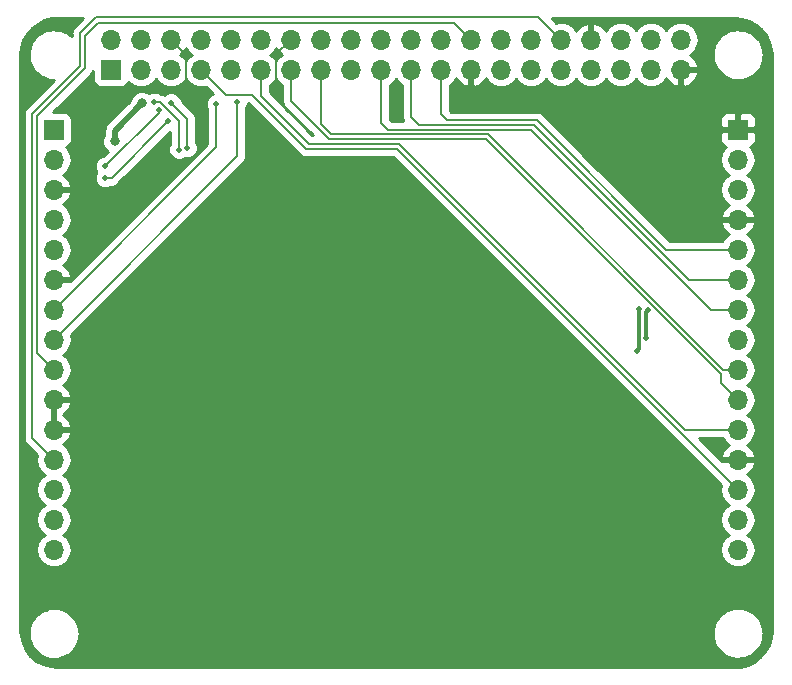
<source format=gbr>
G04 #@! TF.GenerationSoftware,KiCad,Pcbnew,(5.0.0-3-g5ebb6b6)*
G04 #@! TF.CreationDate,2019-05-19T23:31:11+02:00*
G04 #@! TF.ProjectId,RTC Board,52544320426F6172642E6B696361645F,rev?*
G04 #@! TF.SameCoordinates,Original*
G04 #@! TF.FileFunction,Copper,L2,Bot,Signal*
G04 #@! TF.FilePolarity,Positive*
%FSLAX46Y46*%
G04 Gerber Fmt 4.6, Leading zero omitted, Abs format (unit mm)*
G04 Created by KiCad (PCBNEW (5.0.0-3-g5ebb6b6)) date Sunday, 19 May 2019 at 23:31:11*
%MOMM*%
%LPD*%
G01*
G04 APERTURE LIST*
G04 #@! TA.AperFunction,ComponentPad*
%ADD10R,1.700000X1.700000*%
G04 #@! TD*
G04 #@! TA.AperFunction,ComponentPad*
%ADD11O,1.700000X1.700000*%
G04 #@! TD*
G04 #@! TA.AperFunction,ViaPad*
%ADD12C,0.800000*%
G04 #@! TD*
G04 #@! TA.AperFunction,ViaPad*
%ADD13C,0.500000*%
G04 #@! TD*
G04 #@! TA.AperFunction,Conductor*
%ADD14C,0.500000*%
G04 #@! TD*
G04 #@! TA.AperFunction,Conductor*
%ADD15C,0.200000*%
G04 #@! TD*
G04 #@! TA.AperFunction,Conductor*
%ADD16C,0.300000*%
G04 #@! TD*
G04 #@! TA.AperFunction,Conductor*
%ADD17C,0.254000*%
G04 #@! TD*
G04 APERTURE END LIST*
D10*
G04 #@! TO.P,J6,1*
G04 #@! TO.N,+3V3*
X94996000Y-62230000D03*
D11*
G04 #@! TO.P,J6,2*
G04 #@! TO.N,+5V_J4*
X94996000Y-59690000D03*
G04 #@! TO.P,J6,3*
G04 #@! TO.N,H_SDA*
X97536000Y-62230000D03*
G04 #@! TO.P,J6,4*
G04 #@! TO.N,+5V_J4*
X97536000Y-59690000D03*
G04 #@! TO.P,J6,5*
G04 #@! TO.N,H_SCL*
X100076000Y-62230000D03*
G04 #@! TO.P,J6,6*
G04 #@! TO.N,GNDD*
X100076000Y-59690000D03*
G04 #@! TO.P,J6,7*
G04 #@! TO.N,Net-(J1-Pad13)*
X102616000Y-62230000D03*
G04 #@! TO.P,J6,8*
G04 #@! TO.N,Net-(J6-Pad8)*
X102616000Y-59690000D03*
G04 #@! TO.P,J6,9*
G04 #@! TO.N,GNDD*
X105156000Y-62230000D03*
G04 #@! TO.P,J6,10*
G04 #@! TO.N,Net-(J6-Pad10)*
X105156000Y-59690000D03*
G04 #@! TO.P,J6,11*
G04 #@! TO.N,Net-(J1-Pad11)*
X107696000Y-62230000D03*
G04 #@! TO.P,J6,12*
G04 #@! TO.N,N/C*
X107696000Y-59690000D03*
G04 #@! TO.P,J6,13*
G04 #@! TO.N,Net-(J1-Pad10)*
X110236000Y-62230000D03*
G04 #@! TO.P,J6,14*
G04 #@! TO.N,GNDD*
X110236000Y-59690000D03*
G04 #@! TO.P,J6,15*
G04 #@! TO.N,Net-(J1-Pad9)*
X112776000Y-62230000D03*
G04 #@! TO.P,J6,16*
G04 #@! TO.N,Net-(J6-Pad16)*
X112776000Y-59690000D03*
G04 #@! TO.P,J6,17*
G04 #@! TO.N,+3V3*
X115316000Y-62230000D03*
G04 #@! TO.P,J6,18*
G04 #@! TO.N,Net-(J6-Pad18)*
X115316000Y-59690000D03*
G04 #@! TO.P,J6,19*
G04 #@! TO.N,Net-(J1-Pad7)*
X117856000Y-62230000D03*
G04 #@! TO.P,J6,20*
G04 #@! TO.N,GNDD*
X117856000Y-59690000D03*
G04 #@! TO.P,J6,21*
G04 #@! TO.N,Net-(J1-Pad6)*
X120396000Y-62230000D03*
G04 #@! TO.P,J6,22*
G04 #@! TO.N,Net-(J6-Pad22)*
X120396000Y-59690000D03*
G04 #@! TO.P,J6,23*
G04 #@! TO.N,Net-(J1-Pad5)*
X122936000Y-62230000D03*
G04 #@! TO.P,J6,24*
G04 #@! TO.N,Net-(J6-Pad24)*
X122936000Y-59690000D03*
G04 #@! TO.P,J6,25*
G04 #@! TO.N,GNDD*
X125476000Y-62230000D03*
G04 #@! TO.P,J6,26*
G04 #@! TO.N,Net-(J6-Pad26)*
X125476000Y-59690000D03*
G04 #@! TO.P,J6,27*
G04 #@! TO.N,N/C*
X128016000Y-62230000D03*
G04 #@! TO.P,J6,28*
X128016000Y-59690000D03*
G04 #@! TO.P,J6,29*
X130556000Y-62230000D03*
G04 #@! TO.P,J6,30*
G04 #@! TO.N,GNDD*
X130556000Y-59690000D03*
G04 #@! TO.P,J6,31*
G04 #@! TO.N,Net-(J1-Pad3)*
X133096000Y-62230000D03*
G04 #@! TO.P,J6,32*
G04 #@! TO.N,Net-(J6-Pad32)*
X133096000Y-59690000D03*
G04 #@! TO.P,J6,33*
G04 #@! TO.N,Net-(J1-Pad2)*
X135636000Y-62230000D03*
G04 #@! TO.P,J6,34*
G04 #@! TO.N,GNDD*
X135636000Y-59690000D03*
G04 #@! TO.P,J6,35*
G04 #@! TO.N,N/C*
X138176000Y-62230000D03*
G04 #@! TO.P,J6,36*
X138176000Y-59690000D03*
G04 #@! TO.P,J6,37*
X140716000Y-62230000D03*
G04 #@! TO.P,J6,38*
X140716000Y-59690000D03*
G04 #@! TO.P,J6,39*
G04 #@! TO.N,GNDD*
X143256000Y-62230000D03*
G04 #@! TO.P,J6,40*
G04 #@! TO.N,N/C*
X143256000Y-59690000D03*
G04 #@! TD*
G04 #@! TO.P,J1,15*
G04 #@! TO.N,H_SDA*
X148082000Y-102870000D03*
G04 #@! TO.P,J1,14*
G04 #@! TO.N,H_SCL*
X148082000Y-100330000D03*
G04 #@! TO.P,J1,13*
G04 #@! TO.N,Net-(J1-Pad13)*
X148082000Y-97790000D03*
G04 #@! TO.P,J1,12*
G04 #@! TO.N,GNDD*
X148082000Y-95250000D03*
G04 #@! TO.P,J1,11*
G04 #@! TO.N,Net-(J1-Pad11)*
X148082000Y-92710000D03*
G04 #@! TO.P,J1,10*
G04 #@! TO.N,Net-(J1-Pad10)*
X148082000Y-90170000D03*
G04 #@! TO.P,J1,9*
G04 #@! TO.N,Net-(J1-Pad9)*
X148082000Y-87630000D03*
G04 #@! TO.P,J1,8*
G04 #@! TO.N,+3V3*
X148082000Y-85090000D03*
G04 #@! TO.P,J1,7*
G04 #@! TO.N,Net-(J1-Pad7)*
X148082000Y-82550000D03*
G04 #@! TO.P,J1,6*
G04 #@! TO.N,Net-(J1-Pad6)*
X148082000Y-80010000D03*
G04 #@! TO.P,J1,5*
G04 #@! TO.N,Net-(J1-Pad5)*
X148082000Y-77470000D03*
G04 #@! TO.P,J1,4*
G04 #@! TO.N,GNDD*
X148082000Y-74930000D03*
G04 #@! TO.P,J1,3*
G04 #@! TO.N,Net-(J1-Pad3)*
X148082000Y-72390000D03*
G04 #@! TO.P,J1,2*
G04 #@! TO.N,Net-(J1-Pad2)*
X148082000Y-69850000D03*
D10*
G04 #@! TO.P,J1,1*
G04 #@! TO.N,GNDD*
X148082000Y-67310000D03*
G04 #@! TD*
G04 #@! TO.P,J7,1*
G04 #@! TO.N,Net-(J6-Pad8)*
X90170000Y-67310000D03*
D11*
G04 #@! TO.P,J7,2*
G04 #@! TO.N,Net-(J6-Pad10)*
X90170000Y-69850000D03*
G04 #@! TO.P,J7,3*
G04 #@! TO.N,GNDD*
X90170000Y-72390000D03*
G04 #@! TO.P,J7,4*
G04 #@! TO.N,Net-(J6-Pad16)*
X90170000Y-74930000D03*
G04 #@! TO.P,J7,5*
G04 #@! TO.N,Net-(J6-Pad18)*
X90170000Y-77470000D03*
G04 #@! TO.P,J7,6*
G04 #@! TO.N,GNDD*
X90170000Y-80010000D03*
G04 #@! TO.P,J7,7*
G04 #@! TO.N,Net-(J6-Pad22)*
X90170000Y-82550000D03*
G04 #@! TO.P,J7,8*
G04 #@! TO.N,Net-(J6-Pad24)*
X90170000Y-85090000D03*
G04 #@! TO.P,J7,9*
G04 #@! TO.N,Net-(J6-Pad26)*
X90170000Y-87630000D03*
G04 #@! TO.P,J7,10*
G04 #@! TO.N,GNDD*
X90170000Y-90170000D03*
G04 #@! TO.P,J7,11*
X90170000Y-92710000D03*
G04 #@! TO.P,J7,12*
G04 #@! TO.N,Net-(J6-Pad32)*
X90170000Y-95250000D03*
G04 #@! TO.P,J7,13*
G04 #@! TO.N,+3V3*
X90170000Y-97790000D03*
G04 #@! TO.P,J7,14*
X90170000Y-100330000D03*
G04 #@! TO.P,J7,15*
G04 #@! TO.N,+5V_J4*
X90170000Y-102870000D03*
G04 #@! TD*
D12*
G04 #@! TO.N,+3V3*
X95300000Y-68300000D03*
X97600000Y-65100000D03*
D13*
G04 #@! TO.N,Net-(J6-Pad16)*
X94511084Y-70411084D03*
X99050000Y-65650000D03*
G04 #@! TO.N,Net-(J6-Pad18)*
X94500004Y-71400000D03*
X99849645Y-66600002D03*
G04 #@! TO.N,Net-(J6-Pad22)*
X103900000Y-65175000D03*
G04 #@! TO.N,Net-(J6-Pad24)*
X105675000Y-64999990D03*
G04 #@! TO.N,H_SDA*
X139700000Y-82500000D03*
X139500000Y-86100000D03*
X98675000Y-65000000D03*
X100749010Y-69000010D03*
G04 #@! TO.N,H_SCL*
X140300000Y-85000000D03*
X140427262Y-82621282D03*
X100100000Y-65025000D03*
X101450000Y-68849990D03*
G04 #@! TO.N,GNDD*
X127400000Y-78400000D03*
X119175000Y-64175000D03*
X102250000Y-64450000D03*
X109300000Y-64900000D03*
X124200000Y-82900000D03*
G04 #@! TD*
D14*
G04 #@! TO.N,+3V3*
X95300000Y-67400000D02*
X97600000Y-65100000D01*
X95300000Y-68300000D02*
X95300000Y-67400000D01*
D15*
G04 #@! TO.N,Net-(J1-Pad13)*
X147232001Y-96940001D02*
X148082000Y-97790000D01*
X119217033Y-68925033D02*
X147232001Y-96940001D01*
X111500033Y-68925033D02*
X119217033Y-68925033D01*
X106925000Y-64350000D02*
X111500033Y-68925033D01*
X104736000Y-64350000D02*
X106925000Y-64350000D01*
X102616000Y-62230000D02*
X104736000Y-64350000D01*
G04 #@! TO.N,Net-(J1-Pad7)*
X145825000Y-82550000D02*
X148082000Y-82550000D01*
X130600000Y-67325000D02*
X145825000Y-82550000D01*
X117856000Y-66756000D02*
X118425000Y-67325000D01*
X118425000Y-67325000D02*
X130600000Y-67325000D01*
X117856000Y-62230000D02*
X117856000Y-66756000D01*
G04 #@! TO.N,Net-(J1-Pad6)*
X143935000Y-80010000D02*
X148082000Y-80010000D01*
X130850000Y-66925000D02*
X143935000Y-80010000D01*
X121050000Y-66925000D02*
X130850000Y-66925000D01*
X120396000Y-66271000D02*
X121050000Y-66925000D01*
X120396000Y-62230000D02*
X120396000Y-66271000D01*
G04 #@! TO.N,Net-(J1-Pad5)*
X148052000Y-77500000D02*
X148082000Y-77470000D01*
X142025000Y-77500000D02*
X148052000Y-77500000D01*
X131050000Y-66525000D02*
X142025000Y-77500000D01*
X123450000Y-66525000D02*
X131050000Y-66525000D01*
X122936000Y-66011000D02*
X123450000Y-66525000D01*
X122936000Y-62230000D02*
X122936000Y-66011000D01*
G04 #@! TO.N,Net-(J6-Pad16)*
X99050000Y-65872168D02*
X99050000Y-65650000D01*
X94511084Y-70411084D02*
X99050000Y-65872168D01*
G04 #@! TO.N,Net-(J6-Pad18)*
X95049647Y-71400000D02*
X99599646Y-66850001D01*
X94500004Y-71400000D02*
X95049647Y-71400000D01*
X99599646Y-66850001D02*
X99849645Y-66600002D01*
G04 #@! TO.N,Net-(J6-Pad22)*
X90170000Y-82550000D02*
X103900000Y-68820000D01*
X103900000Y-65528553D02*
X103900000Y-65175000D01*
X103900000Y-68820000D02*
X103900000Y-65528553D01*
G04 #@! TO.N,Net-(J6-Pad24)*
X90170000Y-85090000D02*
X105675000Y-69585000D01*
X105675000Y-69585000D02*
X105675000Y-65353543D01*
X105675000Y-65353543D02*
X105675000Y-64999990D01*
G04 #@! TO.N,Net-(J6-Pad26)*
X88750011Y-66140689D02*
X88750011Y-86210011D01*
X125476000Y-59690000D02*
X124036000Y-58250000D01*
X92800011Y-59374989D02*
X92800011Y-62090689D01*
X88750011Y-86210011D02*
X89320001Y-86780001D01*
X89320001Y-86780001D02*
X90170000Y-87630000D01*
X124036000Y-58250000D02*
X93925000Y-58250000D01*
X93925000Y-58250000D02*
X92800011Y-59374989D01*
X92800011Y-62090689D02*
X88750011Y-66140689D01*
D16*
G04 #@! TO.N,H_SDA*
X139700000Y-85900000D02*
X139500000Y-86100000D01*
X139700000Y-82500000D02*
X139700000Y-85900000D01*
D15*
X100749010Y-68646457D02*
X100749010Y-69000010D01*
X99178553Y-65000000D02*
X100749010Y-66570457D01*
X98675000Y-65000000D02*
X99178553Y-65000000D01*
X100749010Y-66570457D02*
X100749010Y-68646457D01*
D16*
G04 #@! TO.N,H_SCL*
X140300000Y-85000000D02*
X140300000Y-82748544D01*
X140300000Y-82748544D02*
X140427262Y-82621282D01*
D15*
X101450000Y-68496437D02*
X101450000Y-68849990D01*
X100100000Y-65025000D02*
X101450000Y-66375000D01*
X101450000Y-66375000D02*
X101450000Y-68496437D01*
G04 #@! TO.N,Net-(J1-Pad11)*
X119382722Y-68525022D02*
X143567700Y-92710000D01*
X146879919Y-92710000D02*
X148082000Y-92710000D01*
X111750022Y-68525022D02*
X119382722Y-68525022D01*
X107696000Y-64471000D02*
X111750022Y-68525022D01*
X143567700Y-92710000D02*
X146879919Y-92710000D01*
X107696000Y-62230000D02*
X107696000Y-64471000D01*
G04 #@! TO.N,Net-(J1-Pad10)*
X146650000Y-88738000D02*
X148082000Y-90170000D01*
X113459311Y-68125011D02*
X126734311Y-68125011D01*
X110236000Y-64901700D02*
X113459311Y-68125011D01*
X146650000Y-88040700D02*
X146650000Y-88738000D01*
X126734311Y-68125011D02*
X146650000Y-88040700D01*
X110236000Y-62230000D02*
X110236000Y-64901700D01*
G04 #@! TO.N,Net-(J1-Pad9)*
X146805000Y-87630000D02*
X148082000Y-87630000D01*
X126900000Y-67725000D02*
X146805000Y-87630000D01*
X112776000Y-62230000D02*
X112776000Y-66876000D01*
X113625000Y-67725000D02*
X126900000Y-67725000D01*
X112776000Y-66876000D02*
X113625000Y-67725000D01*
G04 #@! TO.N,GNDD*
X101350000Y-63550000D02*
X102250000Y-64450000D01*
X101350000Y-60964000D02*
X101350000Y-63550000D01*
X100076000Y-59690000D02*
X101350000Y-60964000D01*
X110236000Y-59690000D02*
X109000000Y-60926000D01*
X109000000Y-60926000D02*
X109000000Y-64275000D01*
X109000000Y-64600000D02*
X109300000Y-64900000D01*
X109000000Y-64275000D02*
X109000000Y-64600000D01*
G04 #@! TO.N,Net-(J6-Pad32)*
X89320001Y-94400001D02*
X90170000Y-95250000D01*
X88350000Y-65975000D02*
X88350000Y-93430000D01*
X88350000Y-93430000D02*
X89320001Y-94400001D01*
X93750000Y-57775000D02*
X92400000Y-59125000D01*
X92400000Y-61925000D02*
X88350000Y-65975000D01*
X131181000Y-57775000D02*
X93750000Y-57775000D01*
X133096000Y-59690000D02*
X131181000Y-57775000D01*
X92400000Y-59125000D02*
X92400000Y-61925000D01*
G04 #@! TD*
D17*
G04 #@! TO.N,GNDD*
G36*
X91931465Y-58554089D02*
X91870095Y-58595095D01*
X91707646Y-58838218D01*
X91665000Y-59052613D01*
X91665000Y-59052616D01*
X91650602Y-59125000D01*
X91665000Y-59197384D01*
X91665000Y-59429585D01*
X91510976Y-59291630D01*
X91384380Y-59165034D01*
X91356948Y-59153671D01*
X91331051Y-59130476D01*
X90675839Y-58853029D01*
X90621915Y-58849211D01*
X90599678Y-58840000D01*
X90491822Y-58840000D01*
X89966082Y-58802776D01*
X89825691Y-58840000D01*
X89750322Y-58840000D01*
X89616266Y-58895528D01*
X89278314Y-58985134D01*
X89079948Y-59117678D01*
X88965620Y-59165034D01*
X88878117Y-59252537D01*
X88686695Y-59380441D01*
X88482004Y-59648650D01*
X88365034Y-59765620D01*
X88332153Y-59845002D01*
X88255020Y-59946070D01*
X88109010Y-60383718D01*
X88040000Y-60550322D01*
X88040000Y-60590566D01*
X88029836Y-60621031D01*
X88035425Y-61332543D01*
X88040000Y-61345571D01*
X88040000Y-61399678D01*
X88164852Y-61701099D01*
X88271183Y-62003884D01*
X88311403Y-62054902D01*
X88365034Y-62184380D01*
X88593891Y-62413237D01*
X88711689Y-62562663D01*
X88800956Y-62620302D01*
X88965620Y-62784966D01*
X89217662Y-62889365D01*
X89309444Y-62948628D01*
X89437574Y-62980456D01*
X89750322Y-63110000D01*
X89959086Y-63110000D01*
X89999992Y-63120161D01*
X90117313Y-63110000D01*
X90175553Y-63110000D01*
X87881465Y-65404089D01*
X87820095Y-65445095D01*
X87657646Y-65688218D01*
X87615000Y-65902613D01*
X87615000Y-65902616D01*
X87600602Y-65975000D01*
X87615000Y-66047384D01*
X87615001Y-93357611D01*
X87600602Y-93430000D01*
X87657646Y-93716782D01*
X87779091Y-93898537D01*
X87820096Y-93959905D01*
X87881463Y-94000909D01*
X88734656Y-94854103D01*
X88655908Y-95250000D01*
X88771161Y-95829418D01*
X89099375Y-96320625D01*
X89397761Y-96520000D01*
X89099375Y-96719375D01*
X88771161Y-97210582D01*
X88655908Y-97790000D01*
X88771161Y-98369418D01*
X89099375Y-98860625D01*
X89397761Y-99060000D01*
X89099375Y-99259375D01*
X88771161Y-99750582D01*
X88655908Y-100330000D01*
X88771161Y-100909418D01*
X89099375Y-101400625D01*
X89397761Y-101600000D01*
X89099375Y-101799375D01*
X88771161Y-102290582D01*
X88655908Y-102870000D01*
X88771161Y-103449418D01*
X89099375Y-103940625D01*
X89590582Y-104268839D01*
X90023744Y-104355000D01*
X90316256Y-104355000D01*
X90749418Y-104268839D01*
X91240625Y-103940625D01*
X91568839Y-103449418D01*
X91684092Y-102870000D01*
X91568839Y-102290582D01*
X91240625Y-101799375D01*
X90942239Y-101600000D01*
X91240625Y-101400625D01*
X91568839Y-100909418D01*
X91684092Y-100330000D01*
X91568839Y-99750582D01*
X91240625Y-99259375D01*
X90942239Y-99060000D01*
X91240625Y-98860625D01*
X91568839Y-98369418D01*
X91684092Y-97790000D01*
X91568839Y-97210582D01*
X91240625Y-96719375D01*
X90942239Y-96520000D01*
X91240625Y-96320625D01*
X91568839Y-95829418D01*
X91684092Y-95250000D01*
X91568839Y-94670582D01*
X91240625Y-94179375D01*
X90921522Y-93966157D01*
X91051358Y-93905183D01*
X91441645Y-93476924D01*
X91611476Y-93066890D01*
X91490155Y-92837000D01*
X90297000Y-92837000D01*
X90297000Y-92857000D01*
X90043000Y-92857000D01*
X90043000Y-92837000D01*
X90023000Y-92837000D01*
X90023000Y-92583000D01*
X90043000Y-92583000D01*
X90043000Y-90297000D01*
X90297000Y-90297000D01*
X90297000Y-92583000D01*
X91490155Y-92583000D01*
X91611476Y-92353110D01*
X91441645Y-91943076D01*
X91051358Y-91514817D01*
X90892046Y-91440000D01*
X91051358Y-91365183D01*
X91441645Y-90936924D01*
X91611476Y-90526890D01*
X91490155Y-90297000D01*
X90297000Y-90297000D01*
X90043000Y-90297000D01*
X90023000Y-90297000D01*
X90023000Y-90043000D01*
X90043000Y-90043000D01*
X90043000Y-90023000D01*
X90297000Y-90023000D01*
X90297000Y-90043000D01*
X91490155Y-90043000D01*
X91611476Y-89813110D01*
X91441645Y-89403076D01*
X91051358Y-88974817D01*
X90921522Y-88913843D01*
X91240625Y-88700625D01*
X91568839Y-88209418D01*
X91684092Y-87630000D01*
X91568839Y-87050582D01*
X91240625Y-86559375D01*
X90942239Y-86360000D01*
X91240625Y-86160625D01*
X91568839Y-85669418D01*
X91684092Y-85090000D01*
X91605343Y-84694103D01*
X106143538Y-70155909D01*
X106204905Y-70114905D01*
X106367354Y-69871783D01*
X106410000Y-69657388D01*
X106410000Y-69657385D01*
X106424398Y-69585001D01*
X106410000Y-69512617D01*
X106410000Y-65516569D01*
X106425267Y-65501302D01*
X106560000Y-65176027D01*
X106560000Y-65085000D01*
X106620554Y-65085000D01*
X110929123Y-69393570D01*
X110970128Y-69454938D01*
X111213250Y-69617387D01*
X111427645Y-69660033D01*
X111500033Y-69674432D01*
X111572421Y-69660033D01*
X118912587Y-69660033D01*
X146646656Y-97394103D01*
X146567908Y-97790000D01*
X146683161Y-98369418D01*
X147011375Y-98860625D01*
X147309761Y-99060000D01*
X147011375Y-99259375D01*
X146683161Y-99750582D01*
X146567908Y-100330000D01*
X146683161Y-100909418D01*
X147011375Y-101400625D01*
X147309761Y-101600000D01*
X147011375Y-101799375D01*
X146683161Y-102290582D01*
X146567908Y-102870000D01*
X146683161Y-103449418D01*
X147011375Y-103940625D01*
X147502582Y-104268839D01*
X147935744Y-104355000D01*
X148228256Y-104355000D01*
X148661418Y-104268839D01*
X149152625Y-103940625D01*
X149480839Y-103449418D01*
X149596092Y-102870000D01*
X149480839Y-102290582D01*
X149152625Y-101799375D01*
X148854239Y-101600000D01*
X149152625Y-101400625D01*
X149480839Y-100909418D01*
X149596092Y-100330000D01*
X149480839Y-99750582D01*
X149152625Y-99259375D01*
X148854239Y-99060000D01*
X149152625Y-98860625D01*
X149480839Y-98369418D01*
X149596092Y-97790000D01*
X149480839Y-97210582D01*
X149152625Y-96719375D01*
X148833522Y-96506157D01*
X148963358Y-96445183D01*
X149353645Y-96016924D01*
X149523476Y-95606890D01*
X149402155Y-95377000D01*
X148209000Y-95377000D01*
X148209000Y-95397000D01*
X147955000Y-95397000D01*
X147955000Y-95377000D01*
X146761845Y-95377000D01*
X146743399Y-95411952D01*
X144776447Y-93445000D01*
X146787118Y-93445000D01*
X147011375Y-93780625D01*
X147330478Y-93993843D01*
X147200642Y-94054817D01*
X146810355Y-94483076D01*
X146640524Y-94893110D01*
X146761845Y-95123000D01*
X147955000Y-95123000D01*
X147955000Y-95103000D01*
X148209000Y-95103000D01*
X148209000Y-95123000D01*
X149402155Y-95123000D01*
X149523476Y-94893110D01*
X149353645Y-94483076D01*
X148963358Y-94054817D01*
X148833522Y-93993843D01*
X149152625Y-93780625D01*
X149480839Y-93289418D01*
X149596092Y-92710000D01*
X149480839Y-92130582D01*
X149152625Y-91639375D01*
X148854239Y-91440000D01*
X149152625Y-91240625D01*
X149480839Y-90749418D01*
X149596092Y-90170000D01*
X149480839Y-89590582D01*
X149152625Y-89099375D01*
X148854239Y-88900000D01*
X149152625Y-88700625D01*
X149480839Y-88209418D01*
X149596092Y-87630000D01*
X149480839Y-87050582D01*
X149152625Y-86559375D01*
X148854239Y-86360000D01*
X149152625Y-86160625D01*
X149480839Y-85669418D01*
X149596092Y-85090000D01*
X149480839Y-84510582D01*
X149152625Y-84019375D01*
X148854239Y-83820000D01*
X149152625Y-83620625D01*
X149480839Y-83129418D01*
X149596092Y-82550000D01*
X149480839Y-81970582D01*
X149152625Y-81479375D01*
X148854239Y-81280000D01*
X149152625Y-81080625D01*
X149480839Y-80589418D01*
X149596092Y-80010000D01*
X149480839Y-79430582D01*
X149152625Y-78939375D01*
X148854239Y-78740000D01*
X149152625Y-78540625D01*
X149480839Y-78049418D01*
X149596092Y-77470000D01*
X149480839Y-76890582D01*
X149152625Y-76399375D01*
X148833522Y-76186157D01*
X148963358Y-76125183D01*
X149353645Y-75696924D01*
X149523476Y-75286890D01*
X149402155Y-75057000D01*
X148209000Y-75057000D01*
X148209000Y-75077000D01*
X147955000Y-75077000D01*
X147955000Y-75057000D01*
X146761845Y-75057000D01*
X146640524Y-75286890D01*
X146810355Y-75696924D01*
X147200642Y-76125183D01*
X147330478Y-76186157D01*
X147011375Y-76399375D01*
X146767072Y-76765000D01*
X142329447Y-76765000D01*
X135414447Y-69850000D01*
X146567908Y-69850000D01*
X146683161Y-70429418D01*
X147011375Y-70920625D01*
X147309761Y-71120000D01*
X147011375Y-71319375D01*
X146683161Y-71810582D01*
X146567908Y-72390000D01*
X146683161Y-72969418D01*
X147011375Y-73460625D01*
X147330478Y-73673843D01*
X147200642Y-73734817D01*
X146810355Y-74163076D01*
X146640524Y-74573110D01*
X146761845Y-74803000D01*
X147955000Y-74803000D01*
X147955000Y-74783000D01*
X148209000Y-74783000D01*
X148209000Y-74803000D01*
X149402155Y-74803000D01*
X149523476Y-74573110D01*
X149353645Y-74163076D01*
X148963358Y-73734817D01*
X148833522Y-73673843D01*
X149152625Y-73460625D01*
X149480839Y-72969418D01*
X149596092Y-72390000D01*
X149480839Y-71810582D01*
X149152625Y-71319375D01*
X148854239Y-71120000D01*
X149152625Y-70920625D01*
X149480839Y-70429418D01*
X149596092Y-69850000D01*
X149480839Y-69270582D01*
X149152625Y-68779375D01*
X149130967Y-68764904D01*
X149291698Y-68698327D01*
X149470327Y-68519699D01*
X149567000Y-68286310D01*
X149567000Y-67595750D01*
X149408250Y-67437000D01*
X148209000Y-67437000D01*
X148209000Y-67457000D01*
X147955000Y-67457000D01*
X147955000Y-67437000D01*
X146755750Y-67437000D01*
X146597000Y-67595750D01*
X146597000Y-68286310D01*
X146693673Y-68519699D01*
X146872302Y-68698327D01*
X147033033Y-68764904D01*
X147011375Y-68779375D01*
X146683161Y-69270582D01*
X146567908Y-69850000D01*
X135414447Y-69850000D01*
X131898137Y-66333690D01*
X146597000Y-66333690D01*
X146597000Y-67024250D01*
X146755750Y-67183000D01*
X147955000Y-67183000D01*
X147955000Y-65983750D01*
X148209000Y-65983750D01*
X148209000Y-67183000D01*
X149408250Y-67183000D01*
X149567000Y-67024250D01*
X149567000Y-66333690D01*
X149470327Y-66100301D01*
X149291698Y-65921673D01*
X149058309Y-65825000D01*
X148367750Y-65825000D01*
X148209000Y-65983750D01*
X147955000Y-65983750D01*
X147796250Y-65825000D01*
X147105691Y-65825000D01*
X146872302Y-65921673D01*
X146693673Y-66100301D01*
X146597000Y-66333690D01*
X131898137Y-66333690D01*
X131620911Y-66056465D01*
X131579905Y-65995095D01*
X131336783Y-65832646D01*
X131122388Y-65790000D01*
X131122384Y-65790000D01*
X131050000Y-65775602D01*
X130977616Y-65790000D01*
X123754447Y-65790000D01*
X123671000Y-65706554D01*
X123671000Y-63524882D01*
X124006625Y-63300625D01*
X124219843Y-62981522D01*
X124280817Y-63111358D01*
X124709076Y-63501645D01*
X125119110Y-63671476D01*
X125349000Y-63550155D01*
X125349000Y-62357000D01*
X125329000Y-62357000D01*
X125329000Y-62103000D01*
X125349000Y-62103000D01*
X125349000Y-62083000D01*
X125603000Y-62083000D01*
X125603000Y-62103000D01*
X125623000Y-62103000D01*
X125623000Y-62357000D01*
X125603000Y-62357000D01*
X125603000Y-63550155D01*
X125832890Y-63671476D01*
X126242924Y-63501645D01*
X126671183Y-63111358D01*
X126732157Y-62981522D01*
X126945375Y-63300625D01*
X127436582Y-63628839D01*
X127869744Y-63715000D01*
X128162256Y-63715000D01*
X128595418Y-63628839D01*
X129086625Y-63300625D01*
X129286000Y-63002239D01*
X129485375Y-63300625D01*
X129976582Y-63628839D01*
X130409744Y-63715000D01*
X130702256Y-63715000D01*
X131135418Y-63628839D01*
X131626625Y-63300625D01*
X131826000Y-63002239D01*
X132025375Y-63300625D01*
X132516582Y-63628839D01*
X132949744Y-63715000D01*
X133242256Y-63715000D01*
X133675418Y-63628839D01*
X134166625Y-63300625D01*
X134366000Y-63002239D01*
X134565375Y-63300625D01*
X135056582Y-63628839D01*
X135489744Y-63715000D01*
X135782256Y-63715000D01*
X136215418Y-63628839D01*
X136706625Y-63300625D01*
X136906000Y-63002239D01*
X137105375Y-63300625D01*
X137596582Y-63628839D01*
X138029744Y-63715000D01*
X138322256Y-63715000D01*
X138755418Y-63628839D01*
X139246625Y-63300625D01*
X139446000Y-63002239D01*
X139645375Y-63300625D01*
X140136582Y-63628839D01*
X140569744Y-63715000D01*
X140862256Y-63715000D01*
X141295418Y-63628839D01*
X141786625Y-63300625D01*
X141999843Y-62981522D01*
X142060817Y-63111358D01*
X142489076Y-63501645D01*
X142899110Y-63671476D01*
X143129000Y-63550155D01*
X143129000Y-62357000D01*
X143383000Y-62357000D01*
X143383000Y-63550155D01*
X143612890Y-63671476D01*
X144022924Y-63501645D01*
X144451183Y-63111358D01*
X144697486Y-62586892D01*
X144576819Y-62357000D01*
X143383000Y-62357000D01*
X143129000Y-62357000D01*
X143109000Y-62357000D01*
X143109000Y-62103000D01*
X143129000Y-62103000D01*
X143129000Y-62083000D01*
X143383000Y-62083000D01*
X143383000Y-62103000D01*
X144576819Y-62103000D01*
X144697486Y-61873108D01*
X144451183Y-61348642D01*
X144026214Y-60961353D01*
X144326625Y-60760625D01*
X144419898Y-60621031D01*
X145941836Y-60621031D01*
X145947425Y-61332543D01*
X145965000Y-61382589D01*
X145965000Y-61399678D01*
X146004432Y-61494876D01*
X146183183Y-62003884D01*
X146250796Y-62089650D01*
X146290034Y-62184380D01*
X146457473Y-62351819D01*
X146623689Y-62562663D01*
X146749647Y-62643993D01*
X146890620Y-62784966D01*
X147106399Y-62874345D01*
X147221444Y-62948628D01*
X147382049Y-62988523D01*
X147675322Y-63110000D01*
X147871086Y-63110000D01*
X147911992Y-63120161D01*
X148029313Y-63110000D01*
X148524678Y-63110000D01*
X149309380Y-62784966D01*
X149909966Y-62184380D01*
X150107811Y-61706739D01*
X150132017Y-61661878D01*
X150135795Y-61639180D01*
X150235000Y-61399678D01*
X150235000Y-61043157D01*
X150248841Y-60960000D01*
X150248574Y-60925965D01*
X150235000Y-60851641D01*
X150235000Y-60550322D01*
X150136570Y-60312691D01*
X150120739Y-60226009D01*
X150043641Y-60088341D01*
X149909966Y-59765620D01*
X149803012Y-59658666D01*
X149773069Y-59605199D01*
X149547585Y-59403239D01*
X149309380Y-59165034D01*
X149257764Y-59143654D01*
X149243051Y-59130476D01*
X148587839Y-58853029D01*
X148549596Y-58850321D01*
X148524678Y-58840000D01*
X148403822Y-58840000D01*
X147878082Y-58802776D01*
X147737691Y-58840000D01*
X147675322Y-58840000D01*
X147564388Y-58885950D01*
X147190314Y-58985134D01*
X146970745Y-59131845D01*
X146890620Y-59165034D01*
X146829295Y-59226359D01*
X146598695Y-59380441D01*
X146352111Y-59703543D01*
X146290034Y-59765620D01*
X146272584Y-59807748D01*
X146167020Y-59946070D01*
X145967191Y-60545032D01*
X145965000Y-60550322D01*
X145965000Y-60551600D01*
X145941836Y-60621031D01*
X144419898Y-60621031D01*
X144654839Y-60269418D01*
X144770092Y-59690000D01*
X144654839Y-59110582D01*
X144326625Y-58619375D01*
X143835418Y-58291161D01*
X143402256Y-58205000D01*
X143109744Y-58205000D01*
X142676582Y-58291161D01*
X142185375Y-58619375D01*
X141986000Y-58917761D01*
X141786625Y-58619375D01*
X141295418Y-58291161D01*
X140862256Y-58205000D01*
X140569744Y-58205000D01*
X140136582Y-58291161D01*
X139645375Y-58619375D01*
X139446000Y-58917761D01*
X139246625Y-58619375D01*
X138755418Y-58291161D01*
X138322256Y-58205000D01*
X138029744Y-58205000D01*
X137596582Y-58291161D01*
X137105375Y-58619375D01*
X136892157Y-58938478D01*
X136831183Y-58808642D01*
X136402924Y-58418355D01*
X135992890Y-58248524D01*
X135763000Y-58369845D01*
X135763000Y-59563000D01*
X135783000Y-59563000D01*
X135783000Y-59817000D01*
X135763000Y-59817000D01*
X135763000Y-59837000D01*
X135509000Y-59837000D01*
X135509000Y-59817000D01*
X135489000Y-59817000D01*
X135489000Y-59563000D01*
X135509000Y-59563000D01*
X135509000Y-58369845D01*
X135279110Y-58248524D01*
X134869076Y-58418355D01*
X134440817Y-58808642D01*
X134379843Y-58938478D01*
X134166625Y-58619375D01*
X133675418Y-58291161D01*
X133242256Y-58205000D01*
X132949744Y-58205000D01*
X132700103Y-58254657D01*
X132305446Y-57860000D01*
X147792036Y-57860000D01*
X148450604Y-57926895D01*
X149047782Y-58114039D01*
X149595124Y-58417436D01*
X150070289Y-58824701D01*
X150453852Y-59319188D01*
X150730150Y-59880700D01*
X150890104Y-60494774D01*
X150928000Y-60987270D01*
X150928001Y-109692026D01*
X150861105Y-110350604D01*
X150673961Y-110947782D01*
X150370563Y-111495125D01*
X149963299Y-111970289D01*
X149468812Y-112353852D01*
X148907304Y-112630148D01*
X148293227Y-112790104D01*
X147800730Y-112828000D01*
X90459964Y-112828000D01*
X89801396Y-112761105D01*
X89204218Y-112573961D01*
X88656875Y-112270563D01*
X88181711Y-111863299D01*
X87798148Y-111368812D01*
X87521852Y-110807304D01*
X87361896Y-110193227D01*
X87324000Y-109700730D01*
X87324000Y-109643031D01*
X88029836Y-109643031D01*
X88035425Y-110354543D01*
X88040000Y-110367571D01*
X88040000Y-110399678D01*
X88114087Y-110578541D01*
X88271183Y-111025884D01*
X88330605Y-111101260D01*
X88365034Y-111184380D01*
X88511952Y-111331298D01*
X88711689Y-111584663D01*
X88863048Y-111682394D01*
X88965620Y-111784966D01*
X89122620Y-111849998D01*
X89309444Y-111970628D01*
X89570255Y-112035414D01*
X89750322Y-112110000D01*
X89870520Y-112110000D01*
X89999992Y-112142161D01*
X90371329Y-112110000D01*
X90599678Y-112110000D01*
X90660046Y-112084995D01*
X90708871Y-112080766D01*
X91282549Y-111827146D01*
X91384380Y-111784966D01*
X91579713Y-111589633D01*
X91882140Y-111310072D01*
X91908937Y-111260409D01*
X91984966Y-111184380D01*
X92100634Y-110905134D01*
X92220017Y-110683878D01*
X92238650Y-110571933D01*
X92310000Y-110399678D01*
X92310000Y-110143261D01*
X92336841Y-109982000D01*
X92336574Y-109947965D01*
X92310000Y-109802460D01*
X92310000Y-109622975D01*
X145929174Y-109622975D01*
X145934796Y-110338696D01*
X146171949Y-111014009D01*
X146615061Y-111576094D01*
X146873839Y-111743185D01*
X146890620Y-111759966D01*
X146916306Y-111770605D01*
X147216352Y-111964343D01*
X147635227Y-112068392D01*
X147675322Y-112085000D01*
X147702086Y-112085000D01*
X147910986Y-112136891D01*
X148510123Y-112085000D01*
X148524678Y-112085000D01*
X148528526Y-112083406D01*
X148624060Y-112075132D01*
X149278684Y-111785726D01*
X149304254Y-111762089D01*
X149309380Y-111759966D01*
X149343967Y-111725379D01*
X149804270Y-111299879D01*
X149845055Y-111224291D01*
X149909966Y-111159380D01*
X150008721Y-110920964D01*
X150144145Y-110669979D01*
X150165281Y-110542994D01*
X150235000Y-110374678D01*
X150235000Y-110124127D01*
X150261661Y-109963949D01*
X150261392Y-109929712D01*
X150235000Y-109785203D01*
X150235000Y-109525322D01*
X150150106Y-109320371D01*
X150132801Y-109225615D01*
X150048522Y-109075124D01*
X149909966Y-108740620D01*
X149799107Y-108629761D01*
X149783074Y-108601132D01*
X149662336Y-108492990D01*
X149309380Y-108140034D01*
X148524678Y-107815000D01*
X148174020Y-107815000D01*
X147876876Y-107793961D01*
X147797527Y-107815000D01*
X147675322Y-107815000D01*
X147457956Y-107905036D01*
X147185038Y-107977399D01*
X147024846Y-108084436D01*
X146890620Y-108140034D01*
X146787887Y-108242767D01*
X146589919Y-108375045D01*
X146378232Y-108652422D01*
X146290034Y-108740620D01*
X146265241Y-108800476D01*
X146155691Y-108944021D01*
X145929174Y-109622975D01*
X92310000Y-109622975D01*
X92310000Y-109550322D01*
X92227636Y-109351477D01*
X92208739Y-109248009D01*
X92116711Y-109083682D01*
X91984966Y-108765620D01*
X91879556Y-108660210D01*
X91861069Y-108627199D01*
X91721852Y-108502506D01*
X91384380Y-108165034D01*
X90599678Y-107840000D01*
X90181101Y-107840000D01*
X89966082Y-107824776D01*
X89908664Y-107840000D01*
X89750322Y-107840000D01*
X89468683Y-107956659D01*
X89278314Y-108007134D01*
X89166574Y-108081796D01*
X88965620Y-108165034D01*
X88811816Y-108318838D01*
X88686695Y-108402441D01*
X88552901Y-108577753D01*
X88365034Y-108765620D01*
X88312224Y-108893115D01*
X88255020Y-108968070D01*
X88146735Y-109292641D01*
X88040000Y-109550322D01*
X88040000Y-109612566D01*
X88029836Y-109643031D01*
X87324000Y-109643031D01*
X87324000Y-60995964D01*
X87390895Y-60337396D01*
X87578039Y-59740218D01*
X87881436Y-59192876D01*
X88288701Y-58717711D01*
X88783188Y-58334148D01*
X89344700Y-58057850D01*
X89958774Y-57897896D01*
X90451270Y-57860000D01*
X92625553Y-57860000D01*
X91931465Y-58554089D01*
X91931465Y-58554089D01*
G37*
X91931465Y-58554089D02*
X91870095Y-58595095D01*
X91707646Y-58838218D01*
X91665000Y-59052613D01*
X91665000Y-59052616D01*
X91650602Y-59125000D01*
X91665000Y-59197384D01*
X91665000Y-59429585D01*
X91510976Y-59291630D01*
X91384380Y-59165034D01*
X91356948Y-59153671D01*
X91331051Y-59130476D01*
X90675839Y-58853029D01*
X90621915Y-58849211D01*
X90599678Y-58840000D01*
X90491822Y-58840000D01*
X89966082Y-58802776D01*
X89825691Y-58840000D01*
X89750322Y-58840000D01*
X89616266Y-58895528D01*
X89278314Y-58985134D01*
X89079948Y-59117678D01*
X88965620Y-59165034D01*
X88878117Y-59252537D01*
X88686695Y-59380441D01*
X88482004Y-59648650D01*
X88365034Y-59765620D01*
X88332153Y-59845002D01*
X88255020Y-59946070D01*
X88109010Y-60383718D01*
X88040000Y-60550322D01*
X88040000Y-60590566D01*
X88029836Y-60621031D01*
X88035425Y-61332543D01*
X88040000Y-61345571D01*
X88040000Y-61399678D01*
X88164852Y-61701099D01*
X88271183Y-62003884D01*
X88311403Y-62054902D01*
X88365034Y-62184380D01*
X88593891Y-62413237D01*
X88711689Y-62562663D01*
X88800956Y-62620302D01*
X88965620Y-62784966D01*
X89217662Y-62889365D01*
X89309444Y-62948628D01*
X89437574Y-62980456D01*
X89750322Y-63110000D01*
X89959086Y-63110000D01*
X89999992Y-63120161D01*
X90117313Y-63110000D01*
X90175553Y-63110000D01*
X87881465Y-65404089D01*
X87820095Y-65445095D01*
X87657646Y-65688218D01*
X87615000Y-65902613D01*
X87615000Y-65902616D01*
X87600602Y-65975000D01*
X87615000Y-66047384D01*
X87615001Y-93357611D01*
X87600602Y-93430000D01*
X87657646Y-93716782D01*
X87779091Y-93898537D01*
X87820096Y-93959905D01*
X87881463Y-94000909D01*
X88734656Y-94854103D01*
X88655908Y-95250000D01*
X88771161Y-95829418D01*
X89099375Y-96320625D01*
X89397761Y-96520000D01*
X89099375Y-96719375D01*
X88771161Y-97210582D01*
X88655908Y-97790000D01*
X88771161Y-98369418D01*
X89099375Y-98860625D01*
X89397761Y-99060000D01*
X89099375Y-99259375D01*
X88771161Y-99750582D01*
X88655908Y-100330000D01*
X88771161Y-100909418D01*
X89099375Y-101400625D01*
X89397761Y-101600000D01*
X89099375Y-101799375D01*
X88771161Y-102290582D01*
X88655908Y-102870000D01*
X88771161Y-103449418D01*
X89099375Y-103940625D01*
X89590582Y-104268839D01*
X90023744Y-104355000D01*
X90316256Y-104355000D01*
X90749418Y-104268839D01*
X91240625Y-103940625D01*
X91568839Y-103449418D01*
X91684092Y-102870000D01*
X91568839Y-102290582D01*
X91240625Y-101799375D01*
X90942239Y-101600000D01*
X91240625Y-101400625D01*
X91568839Y-100909418D01*
X91684092Y-100330000D01*
X91568839Y-99750582D01*
X91240625Y-99259375D01*
X90942239Y-99060000D01*
X91240625Y-98860625D01*
X91568839Y-98369418D01*
X91684092Y-97790000D01*
X91568839Y-97210582D01*
X91240625Y-96719375D01*
X90942239Y-96520000D01*
X91240625Y-96320625D01*
X91568839Y-95829418D01*
X91684092Y-95250000D01*
X91568839Y-94670582D01*
X91240625Y-94179375D01*
X90921522Y-93966157D01*
X91051358Y-93905183D01*
X91441645Y-93476924D01*
X91611476Y-93066890D01*
X91490155Y-92837000D01*
X90297000Y-92837000D01*
X90297000Y-92857000D01*
X90043000Y-92857000D01*
X90043000Y-92837000D01*
X90023000Y-92837000D01*
X90023000Y-92583000D01*
X90043000Y-92583000D01*
X90043000Y-90297000D01*
X90297000Y-90297000D01*
X90297000Y-92583000D01*
X91490155Y-92583000D01*
X91611476Y-92353110D01*
X91441645Y-91943076D01*
X91051358Y-91514817D01*
X90892046Y-91440000D01*
X91051358Y-91365183D01*
X91441645Y-90936924D01*
X91611476Y-90526890D01*
X91490155Y-90297000D01*
X90297000Y-90297000D01*
X90043000Y-90297000D01*
X90023000Y-90297000D01*
X90023000Y-90043000D01*
X90043000Y-90043000D01*
X90043000Y-90023000D01*
X90297000Y-90023000D01*
X90297000Y-90043000D01*
X91490155Y-90043000D01*
X91611476Y-89813110D01*
X91441645Y-89403076D01*
X91051358Y-88974817D01*
X90921522Y-88913843D01*
X91240625Y-88700625D01*
X91568839Y-88209418D01*
X91684092Y-87630000D01*
X91568839Y-87050582D01*
X91240625Y-86559375D01*
X90942239Y-86360000D01*
X91240625Y-86160625D01*
X91568839Y-85669418D01*
X91684092Y-85090000D01*
X91605343Y-84694103D01*
X106143538Y-70155909D01*
X106204905Y-70114905D01*
X106367354Y-69871783D01*
X106410000Y-69657388D01*
X106410000Y-69657385D01*
X106424398Y-69585001D01*
X106410000Y-69512617D01*
X106410000Y-65516569D01*
X106425267Y-65501302D01*
X106560000Y-65176027D01*
X106560000Y-65085000D01*
X106620554Y-65085000D01*
X110929123Y-69393570D01*
X110970128Y-69454938D01*
X111213250Y-69617387D01*
X111427645Y-69660033D01*
X111500033Y-69674432D01*
X111572421Y-69660033D01*
X118912587Y-69660033D01*
X146646656Y-97394103D01*
X146567908Y-97790000D01*
X146683161Y-98369418D01*
X147011375Y-98860625D01*
X147309761Y-99060000D01*
X147011375Y-99259375D01*
X146683161Y-99750582D01*
X146567908Y-100330000D01*
X146683161Y-100909418D01*
X147011375Y-101400625D01*
X147309761Y-101600000D01*
X147011375Y-101799375D01*
X146683161Y-102290582D01*
X146567908Y-102870000D01*
X146683161Y-103449418D01*
X147011375Y-103940625D01*
X147502582Y-104268839D01*
X147935744Y-104355000D01*
X148228256Y-104355000D01*
X148661418Y-104268839D01*
X149152625Y-103940625D01*
X149480839Y-103449418D01*
X149596092Y-102870000D01*
X149480839Y-102290582D01*
X149152625Y-101799375D01*
X148854239Y-101600000D01*
X149152625Y-101400625D01*
X149480839Y-100909418D01*
X149596092Y-100330000D01*
X149480839Y-99750582D01*
X149152625Y-99259375D01*
X148854239Y-99060000D01*
X149152625Y-98860625D01*
X149480839Y-98369418D01*
X149596092Y-97790000D01*
X149480839Y-97210582D01*
X149152625Y-96719375D01*
X148833522Y-96506157D01*
X148963358Y-96445183D01*
X149353645Y-96016924D01*
X149523476Y-95606890D01*
X149402155Y-95377000D01*
X148209000Y-95377000D01*
X148209000Y-95397000D01*
X147955000Y-95397000D01*
X147955000Y-95377000D01*
X146761845Y-95377000D01*
X146743399Y-95411952D01*
X144776447Y-93445000D01*
X146787118Y-93445000D01*
X147011375Y-93780625D01*
X147330478Y-93993843D01*
X147200642Y-94054817D01*
X146810355Y-94483076D01*
X146640524Y-94893110D01*
X146761845Y-95123000D01*
X147955000Y-95123000D01*
X147955000Y-95103000D01*
X148209000Y-95103000D01*
X148209000Y-95123000D01*
X149402155Y-95123000D01*
X149523476Y-94893110D01*
X149353645Y-94483076D01*
X148963358Y-94054817D01*
X148833522Y-93993843D01*
X149152625Y-93780625D01*
X149480839Y-93289418D01*
X149596092Y-92710000D01*
X149480839Y-92130582D01*
X149152625Y-91639375D01*
X148854239Y-91440000D01*
X149152625Y-91240625D01*
X149480839Y-90749418D01*
X149596092Y-90170000D01*
X149480839Y-89590582D01*
X149152625Y-89099375D01*
X148854239Y-88900000D01*
X149152625Y-88700625D01*
X149480839Y-88209418D01*
X149596092Y-87630000D01*
X149480839Y-87050582D01*
X149152625Y-86559375D01*
X148854239Y-86360000D01*
X149152625Y-86160625D01*
X149480839Y-85669418D01*
X149596092Y-85090000D01*
X149480839Y-84510582D01*
X149152625Y-84019375D01*
X148854239Y-83820000D01*
X149152625Y-83620625D01*
X149480839Y-83129418D01*
X149596092Y-82550000D01*
X149480839Y-81970582D01*
X149152625Y-81479375D01*
X148854239Y-81280000D01*
X149152625Y-81080625D01*
X149480839Y-80589418D01*
X149596092Y-80010000D01*
X149480839Y-79430582D01*
X149152625Y-78939375D01*
X148854239Y-78740000D01*
X149152625Y-78540625D01*
X149480839Y-78049418D01*
X149596092Y-77470000D01*
X149480839Y-76890582D01*
X149152625Y-76399375D01*
X148833522Y-76186157D01*
X148963358Y-76125183D01*
X149353645Y-75696924D01*
X149523476Y-75286890D01*
X149402155Y-75057000D01*
X148209000Y-75057000D01*
X148209000Y-75077000D01*
X147955000Y-75077000D01*
X147955000Y-75057000D01*
X146761845Y-75057000D01*
X146640524Y-75286890D01*
X146810355Y-75696924D01*
X147200642Y-76125183D01*
X147330478Y-76186157D01*
X147011375Y-76399375D01*
X146767072Y-76765000D01*
X142329447Y-76765000D01*
X135414447Y-69850000D01*
X146567908Y-69850000D01*
X146683161Y-70429418D01*
X147011375Y-70920625D01*
X147309761Y-71120000D01*
X147011375Y-71319375D01*
X146683161Y-71810582D01*
X146567908Y-72390000D01*
X146683161Y-72969418D01*
X147011375Y-73460625D01*
X147330478Y-73673843D01*
X147200642Y-73734817D01*
X146810355Y-74163076D01*
X146640524Y-74573110D01*
X146761845Y-74803000D01*
X147955000Y-74803000D01*
X147955000Y-74783000D01*
X148209000Y-74783000D01*
X148209000Y-74803000D01*
X149402155Y-74803000D01*
X149523476Y-74573110D01*
X149353645Y-74163076D01*
X148963358Y-73734817D01*
X148833522Y-73673843D01*
X149152625Y-73460625D01*
X149480839Y-72969418D01*
X149596092Y-72390000D01*
X149480839Y-71810582D01*
X149152625Y-71319375D01*
X148854239Y-71120000D01*
X149152625Y-70920625D01*
X149480839Y-70429418D01*
X149596092Y-69850000D01*
X149480839Y-69270582D01*
X149152625Y-68779375D01*
X149130967Y-68764904D01*
X149291698Y-68698327D01*
X149470327Y-68519699D01*
X149567000Y-68286310D01*
X149567000Y-67595750D01*
X149408250Y-67437000D01*
X148209000Y-67437000D01*
X148209000Y-67457000D01*
X147955000Y-67457000D01*
X147955000Y-67437000D01*
X146755750Y-67437000D01*
X146597000Y-67595750D01*
X146597000Y-68286310D01*
X146693673Y-68519699D01*
X146872302Y-68698327D01*
X147033033Y-68764904D01*
X147011375Y-68779375D01*
X146683161Y-69270582D01*
X146567908Y-69850000D01*
X135414447Y-69850000D01*
X131898137Y-66333690D01*
X146597000Y-66333690D01*
X146597000Y-67024250D01*
X146755750Y-67183000D01*
X147955000Y-67183000D01*
X147955000Y-65983750D01*
X148209000Y-65983750D01*
X148209000Y-67183000D01*
X149408250Y-67183000D01*
X149567000Y-67024250D01*
X149567000Y-66333690D01*
X149470327Y-66100301D01*
X149291698Y-65921673D01*
X149058309Y-65825000D01*
X148367750Y-65825000D01*
X148209000Y-65983750D01*
X147955000Y-65983750D01*
X147796250Y-65825000D01*
X147105691Y-65825000D01*
X146872302Y-65921673D01*
X146693673Y-66100301D01*
X146597000Y-66333690D01*
X131898137Y-66333690D01*
X131620911Y-66056465D01*
X131579905Y-65995095D01*
X131336783Y-65832646D01*
X131122388Y-65790000D01*
X131122384Y-65790000D01*
X131050000Y-65775602D01*
X130977616Y-65790000D01*
X123754447Y-65790000D01*
X123671000Y-65706554D01*
X123671000Y-63524882D01*
X124006625Y-63300625D01*
X124219843Y-62981522D01*
X124280817Y-63111358D01*
X124709076Y-63501645D01*
X125119110Y-63671476D01*
X125349000Y-63550155D01*
X125349000Y-62357000D01*
X125329000Y-62357000D01*
X125329000Y-62103000D01*
X125349000Y-62103000D01*
X125349000Y-62083000D01*
X125603000Y-62083000D01*
X125603000Y-62103000D01*
X125623000Y-62103000D01*
X125623000Y-62357000D01*
X125603000Y-62357000D01*
X125603000Y-63550155D01*
X125832890Y-63671476D01*
X126242924Y-63501645D01*
X126671183Y-63111358D01*
X126732157Y-62981522D01*
X126945375Y-63300625D01*
X127436582Y-63628839D01*
X127869744Y-63715000D01*
X128162256Y-63715000D01*
X128595418Y-63628839D01*
X129086625Y-63300625D01*
X129286000Y-63002239D01*
X129485375Y-63300625D01*
X129976582Y-63628839D01*
X130409744Y-63715000D01*
X130702256Y-63715000D01*
X131135418Y-63628839D01*
X131626625Y-63300625D01*
X131826000Y-63002239D01*
X132025375Y-63300625D01*
X132516582Y-63628839D01*
X132949744Y-63715000D01*
X133242256Y-63715000D01*
X133675418Y-63628839D01*
X134166625Y-63300625D01*
X134366000Y-63002239D01*
X134565375Y-63300625D01*
X135056582Y-63628839D01*
X135489744Y-63715000D01*
X135782256Y-63715000D01*
X136215418Y-63628839D01*
X136706625Y-63300625D01*
X136906000Y-63002239D01*
X137105375Y-63300625D01*
X137596582Y-63628839D01*
X138029744Y-63715000D01*
X138322256Y-63715000D01*
X138755418Y-63628839D01*
X139246625Y-63300625D01*
X139446000Y-63002239D01*
X139645375Y-63300625D01*
X140136582Y-63628839D01*
X140569744Y-63715000D01*
X140862256Y-63715000D01*
X141295418Y-63628839D01*
X141786625Y-63300625D01*
X141999843Y-62981522D01*
X142060817Y-63111358D01*
X142489076Y-63501645D01*
X142899110Y-63671476D01*
X143129000Y-63550155D01*
X143129000Y-62357000D01*
X143383000Y-62357000D01*
X143383000Y-63550155D01*
X143612890Y-63671476D01*
X144022924Y-63501645D01*
X144451183Y-63111358D01*
X144697486Y-62586892D01*
X144576819Y-62357000D01*
X143383000Y-62357000D01*
X143129000Y-62357000D01*
X143109000Y-62357000D01*
X143109000Y-62103000D01*
X143129000Y-62103000D01*
X143129000Y-62083000D01*
X143383000Y-62083000D01*
X143383000Y-62103000D01*
X144576819Y-62103000D01*
X144697486Y-61873108D01*
X144451183Y-61348642D01*
X144026214Y-60961353D01*
X144326625Y-60760625D01*
X144419898Y-60621031D01*
X145941836Y-60621031D01*
X145947425Y-61332543D01*
X145965000Y-61382589D01*
X145965000Y-61399678D01*
X146004432Y-61494876D01*
X146183183Y-62003884D01*
X146250796Y-62089650D01*
X146290034Y-62184380D01*
X146457473Y-62351819D01*
X146623689Y-62562663D01*
X146749647Y-62643993D01*
X146890620Y-62784966D01*
X147106399Y-62874345D01*
X147221444Y-62948628D01*
X147382049Y-62988523D01*
X147675322Y-63110000D01*
X147871086Y-63110000D01*
X147911992Y-63120161D01*
X148029313Y-63110000D01*
X148524678Y-63110000D01*
X149309380Y-62784966D01*
X149909966Y-62184380D01*
X150107811Y-61706739D01*
X150132017Y-61661878D01*
X150135795Y-61639180D01*
X150235000Y-61399678D01*
X150235000Y-61043157D01*
X150248841Y-60960000D01*
X150248574Y-60925965D01*
X150235000Y-60851641D01*
X150235000Y-60550322D01*
X150136570Y-60312691D01*
X150120739Y-60226009D01*
X150043641Y-60088341D01*
X149909966Y-59765620D01*
X149803012Y-59658666D01*
X149773069Y-59605199D01*
X149547585Y-59403239D01*
X149309380Y-59165034D01*
X149257764Y-59143654D01*
X149243051Y-59130476D01*
X148587839Y-58853029D01*
X148549596Y-58850321D01*
X148524678Y-58840000D01*
X148403822Y-58840000D01*
X147878082Y-58802776D01*
X147737691Y-58840000D01*
X147675322Y-58840000D01*
X147564388Y-58885950D01*
X147190314Y-58985134D01*
X146970745Y-59131845D01*
X146890620Y-59165034D01*
X146829295Y-59226359D01*
X146598695Y-59380441D01*
X146352111Y-59703543D01*
X146290034Y-59765620D01*
X146272584Y-59807748D01*
X146167020Y-59946070D01*
X145967191Y-60545032D01*
X145965000Y-60550322D01*
X145965000Y-60551600D01*
X145941836Y-60621031D01*
X144419898Y-60621031D01*
X144654839Y-60269418D01*
X144770092Y-59690000D01*
X144654839Y-59110582D01*
X144326625Y-58619375D01*
X143835418Y-58291161D01*
X143402256Y-58205000D01*
X143109744Y-58205000D01*
X142676582Y-58291161D01*
X142185375Y-58619375D01*
X141986000Y-58917761D01*
X141786625Y-58619375D01*
X141295418Y-58291161D01*
X140862256Y-58205000D01*
X140569744Y-58205000D01*
X140136582Y-58291161D01*
X139645375Y-58619375D01*
X139446000Y-58917761D01*
X139246625Y-58619375D01*
X138755418Y-58291161D01*
X138322256Y-58205000D01*
X138029744Y-58205000D01*
X137596582Y-58291161D01*
X137105375Y-58619375D01*
X136892157Y-58938478D01*
X136831183Y-58808642D01*
X136402924Y-58418355D01*
X135992890Y-58248524D01*
X135763000Y-58369845D01*
X135763000Y-59563000D01*
X135783000Y-59563000D01*
X135783000Y-59817000D01*
X135763000Y-59817000D01*
X135763000Y-59837000D01*
X135509000Y-59837000D01*
X135509000Y-59817000D01*
X135489000Y-59817000D01*
X135489000Y-59563000D01*
X135509000Y-59563000D01*
X135509000Y-58369845D01*
X135279110Y-58248524D01*
X134869076Y-58418355D01*
X134440817Y-58808642D01*
X134379843Y-58938478D01*
X134166625Y-58619375D01*
X133675418Y-58291161D01*
X133242256Y-58205000D01*
X132949744Y-58205000D01*
X132700103Y-58254657D01*
X132305446Y-57860000D01*
X147792036Y-57860000D01*
X148450604Y-57926895D01*
X149047782Y-58114039D01*
X149595124Y-58417436D01*
X150070289Y-58824701D01*
X150453852Y-59319188D01*
X150730150Y-59880700D01*
X150890104Y-60494774D01*
X150928000Y-60987270D01*
X150928001Y-109692026D01*
X150861105Y-110350604D01*
X150673961Y-110947782D01*
X150370563Y-111495125D01*
X149963299Y-111970289D01*
X149468812Y-112353852D01*
X148907304Y-112630148D01*
X148293227Y-112790104D01*
X147800730Y-112828000D01*
X90459964Y-112828000D01*
X89801396Y-112761105D01*
X89204218Y-112573961D01*
X88656875Y-112270563D01*
X88181711Y-111863299D01*
X87798148Y-111368812D01*
X87521852Y-110807304D01*
X87361896Y-110193227D01*
X87324000Y-109700730D01*
X87324000Y-109643031D01*
X88029836Y-109643031D01*
X88035425Y-110354543D01*
X88040000Y-110367571D01*
X88040000Y-110399678D01*
X88114087Y-110578541D01*
X88271183Y-111025884D01*
X88330605Y-111101260D01*
X88365034Y-111184380D01*
X88511952Y-111331298D01*
X88711689Y-111584663D01*
X88863048Y-111682394D01*
X88965620Y-111784966D01*
X89122620Y-111849998D01*
X89309444Y-111970628D01*
X89570255Y-112035414D01*
X89750322Y-112110000D01*
X89870520Y-112110000D01*
X89999992Y-112142161D01*
X90371329Y-112110000D01*
X90599678Y-112110000D01*
X90660046Y-112084995D01*
X90708871Y-112080766D01*
X91282549Y-111827146D01*
X91384380Y-111784966D01*
X91579713Y-111589633D01*
X91882140Y-111310072D01*
X91908937Y-111260409D01*
X91984966Y-111184380D01*
X92100634Y-110905134D01*
X92220017Y-110683878D01*
X92238650Y-110571933D01*
X92310000Y-110399678D01*
X92310000Y-110143261D01*
X92336841Y-109982000D01*
X92336574Y-109947965D01*
X92310000Y-109802460D01*
X92310000Y-109622975D01*
X145929174Y-109622975D01*
X145934796Y-110338696D01*
X146171949Y-111014009D01*
X146615061Y-111576094D01*
X146873839Y-111743185D01*
X146890620Y-111759966D01*
X146916306Y-111770605D01*
X147216352Y-111964343D01*
X147635227Y-112068392D01*
X147675322Y-112085000D01*
X147702086Y-112085000D01*
X147910986Y-112136891D01*
X148510123Y-112085000D01*
X148524678Y-112085000D01*
X148528526Y-112083406D01*
X148624060Y-112075132D01*
X149278684Y-111785726D01*
X149304254Y-111762089D01*
X149309380Y-111759966D01*
X149343967Y-111725379D01*
X149804270Y-111299879D01*
X149845055Y-111224291D01*
X149909966Y-111159380D01*
X150008721Y-110920964D01*
X150144145Y-110669979D01*
X150165281Y-110542994D01*
X150235000Y-110374678D01*
X150235000Y-110124127D01*
X150261661Y-109963949D01*
X150261392Y-109929712D01*
X150235000Y-109785203D01*
X150235000Y-109525322D01*
X150150106Y-109320371D01*
X150132801Y-109225615D01*
X150048522Y-109075124D01*
X149909966Y-108740620D01*
X149799107Y-108629761D01*
X149783074Y-108601132D01*
X149662336Y-108492990D01*
X149309380Y-108140034D01*
X148524678Y-107815000D01*
X148174020Y-107815000D01*
X147876876Y-107793961D01*
X147797527Y-107815000D01*
X147675322Y-107815000D01*
X147457956Y-107905036D01*
X147185038Y-107977399D01*
X147024846Y-108084436D01*
X146890620Y-108140034D01*
X146787887Y-108242767D01*
X146589919Y-108375045D01*
X146378232Y-108652422D01*
X146290034Y-108740620D01*
X146265241Y-108800476D01*
X146155691Y-108944021D01*
X145929174Y-109622975D01*
X92310000Y-109622975D01*
X92310000Y-109550322D01*
X92227636Y-109351477D01*
X92208739Y-109248009D01*
X92116711Y-109083682D01*
X91984966Y-108765620D01*
X91879556Y-108660210D01*
X91861069Y-108627199D01*
X91721852Y-108502506D01*
X91384380Y-108165034D01*
X90599678Y-107840000D01*
X90181101Y-107840000D01*
X89966082Y-107824776D01*
X89908664Y-107840000D01*
X89750322Y-107840000D01*
X89468683Y-107956659D01*
X89278314Y-108007134D01*
X89166574Y-108081796D01*
X88965620Y-108165034D01*
X88811816Y-108318838D01*
X88686695Y-108402441D01*
X88552901Y-108577753D01*
X88365034Y-108765620D01*
X88312224Y-108893115D01*
X88255020Y-108968070D01*
X88146735Y-109292641D01*
X88040000Y-109550322D01*
X88040000Y-109612566D01*
X88029836Y-109643031D01*
X87324000Y-109643031D01*
X87324000Y-60995964D01*
X87390895Y-60337396D01*
X87578039Y-59740218D01*
X87881436Y-59192876D01*
X88288701Y-58717711D01*
X88783188Y-58334148D01*
X89344700Y-58057850D01*
X89958774Y-57897896D01*
X90451270Y-57860000D01*
X92625553Y-57860000D01*
X91931465Y-58554089D01*
G36*
X93498560Y-63080000D02*
X93547843Y-63327765D01*
X93688191Y-63537809D01*
X93898235Y-63678157D01*
X94146000Y-63727440D01*
X95846000Y-63727440D01*
X96093765Y-63678157D01*
X96303809Y-63537809D01*
X96444157Y-63327765D01*
X96453184Y-63282381D01*
X96465375Y-63300625D01*
X96956582Y-63628839D01*
X97389744Y-63715000D01*
X97682256Y-63715000D01*
X98115418Y-63628839D01*
X98606625Y-63300625D01*
X98806000Y-63002239D01*
X99005375Y-63300625D01*
X99496582Y-63628839D01*
X99929744Y-63715000D01*
X100222256Y-63715000D01*
X100655418Y-63628839D01*
X101146625Y-63300625D01*
X101346000Y-63002239D01*
X101545375Y-63300625D01*
X102036582Y-63628839D01*
X102469744Y-63715000D01*
X102762256Y-63715000D01*
X103011897Y-63665343D01*
X103662155Y-64315602D01*
X103398688Y-64424733D01*
X103149733Y-64673688D01*
X103015000Y-64998963D01*
X103015000Y-65351037D01*
X103149733Y-65676312D01*
X103165001Y-65691580D01*
X103165000Y-68515553D01*
X91508601Y-80171953D01*
X91490155Y-80137000D01*
X90297000Y-80137000D01*
X90297000Y-80157000D01*
X90043000Y-80157000D01*
X90043000Y-80137000D01*
X90023000Y-80137000D01*
X90023000Y-79883000D01*
X90043000Y-79883000D01*
X90043000Y-79863000D01*
X90297000Y-79863000D01*
X90297000Y-79883000D01*
X91490155Y-79883000D01*
X91611476Y-79653110D01*
X91441645Y-79243076D01*
X91051358Y-78814817D01*
X90921522Y-78753843D01*
X91240625Y-78540625D01*
X91568839Y-78049418D01*
X91684092Y-77470000D01*
X91568839Y-76890582D01*
X91240625Y-76399375D01*
X90942239Y-76200000D01*
X91240625Y-76000625D01*
X91568839Y-75509418D01*
X91684092Y-74930000D01*
X91568839Y-74350582D01*
X91240625Y-73859375D01*
X90921522Y-73646157D01*
X91051358Y-73585183D01*
X91441645Y-73156924D01*
X91611476Y-72746890D01*
X91490155Y-72517000D01*
X90297000Y-72517000D01*
X90297000Y-72537000D01*
X90043000Y-72537000D01*
X90043000Y-72517000D01*
X90023000Y-72517000D01*
X90023000Y-72263000D01*
X90043000Y-72263000D01*
X90043000Y-72243000D01*
X90297000Y-72243000D01*
X90297000Y-72263000D01*
X91490155Y-72263000D01*
X91611476Y-72033110D01*
X91441645Y-71623076D01*
X91077920Y-71223963D01*
X93615004Y-71223963D01*
X93615004Y-71576037D01*
X93749737Y-71901312D01*
X93998692Y-72150267D01*
X94323967Y-72285000D01*
X94676041Y-72285000D01*
X95001316Y-72150267D01*
X95010059Y-72141524D01*
X95049647Y-72149398D01*
X95122031Y-72135000D01*
X95122035Y-72135000D01*
X95336430Y-72092354D01*
X95579552Y-71929905D01*
X95620558Y-71868535D01*
X100004092Y-67485002D01*
X100014010Y-67485002D01*
X100014011Y-68483430D01*
X99998743Y-68498698D01*
X99864010Y-68823973D01*
X99864010Y-69176047D01*
X99998743Y-69501322D01*
X100247698Y-69750277D01*
X100572973Y-69885010D01*
X100925047Y-69885010D01*
X101250322Y-69750277D01*
X101268056Y-69732543D01*
X101273963Y-69734990D01*
X101626037Y-69734990D01*
X101951312Y-69600257D01*
X102200267Y-69351302D01*
X102335000Y-69026027D01*
X102335000Y-68673953D01*
X102200267Y-68348678D01*
X102185000Y-68333411D01*
X102185000Y-66447383D01*
X102199398Y-66374999D01*
X102185000Y-66302613D01*
X102185000Y-66302612D01*
X102142354Y-66088217D01*
X101979905Y-65845095D01*
X101918538Y-65804091D01*
X100985000Y-64870554D01*
X100985000Y-64848963D01*
X100850267Y-64523688D01*
X100601312Y-64274733D01*
X100276037Y-64140000D01*
X99923963Y-64140000D01*
X99598688Y-64274733D01*
X99525545Y-64347876D01*
X99465336Y-64307646D01*
X99250941Y-64265000D01*
X99250937Y-64265000D01*
X99178553Y-64250602D01*
X99177409Y-64250830D01*
X99176312Y-64249733D01*
X98851037Y-64115000D01*
X98498963Y-64115000D01*
X98201800Y-64238089D01*
X98186280Y-64222569D01*
X97805874Y-64065000D01*
X97394126Y-64065000D01*
X97013720Y-64222569D01*
X96722569Y-64513720D01*
X96572569Y-64875852D01*
X94735845Y-66712577D01*
X94661952Y-66761951D01*
X94612578Y-66835844D01*
X94612576Y-66835846D01*
X94466348Y-67054691D01*
X94397663Y-67400000D01*
X94415001Y-67487165D01*
X94415001Y-67731992D01*
X94265000Y-68094126D01*
X94265000Y-68505874D01*
X94422569Y-68886280D01*
X94709505Y-69173216D01*
X94356638Y-69526084D01*
X94335047Y-69526084D01*
X94009772Y-69660817D01*
X93760817Y-69909772D01*
X93626084Y-70235047D01*
X93626084Y-70587121D01*
X93753557Y-70894868D01*
X93749737Y-70898688D01*
X93615004Y-71223963D01*
X91077920Y-71223963D01*
X91051358Y-71194817D01*
X90921522Y-71133843D01*
X91240625Y-70920625D01*
X91568839Y-70429418D01*
X91684092Y-69850000D01*
X91568839Y-69270582D01*
X91240625Y-68779375D01*
X91222381Y-68767184D01*
X91267765Y-68758157D01*
X91477809Y-68617809D01*
X91618157Y-68407765D01*
X91667440Y-68160000D01*
X91667440Y-66460000D01*
X91618157Y-66212235D01*
X91477809Y-66002191D01*
X91267765Y-65861843D01*
X91020000Y-65812560D01*
X90117586Y-65812560D01*
X93268549Y-62661598D01*
X93329916Y-62620594D01*
X93492365Y-62377472D01*
X93498560Y-62346328D01*
X93498560Y-63080000D01*
X93498560Y-63080000D01*
G37*
X93498560Y-63080000D02*
X93547843Y-63327765D01*
X93688191Y-63537809D01*
X93898235Y-63678157D01*
X94146000Y-63727440D01*
X95846000Y-63727440D01*
X96093765Y-63678157D01*
X96303809Y-63537809D01*
X96444157Y-63327765D01*
X96453184Y-63282381D01*
X96465375Y-63300625D01*
X96956582Y-63628839D01*
X97389744Y-63715000D01*
X97682256Y-63715000D01*
X98115418Y-63628839D01*
X98606625Y-63300625D01*
X98806000Y-63002239D01*
X99005375Y-63300625D01*
X99496582Y-63628839D01*
X99929744Y-63715000D01*
X100222256Y-63715000D01*
X100655418Y-63628839D01*
X101146625Y-63300625D01*
X101346000Y-63002239D01*
X101545375Y-63300625D01*
X102036582Y-63628839D01*
X102469744Y-63715000D01*
X102762256Y-63715000D01*
X103011897Y-63665343D01*
X103662155Y-64315602D01*
X103398688Y-64424733D01*
X103149733Y-64673688D01*
X103015000Y-64998963D01*
X103015000Y-65351037D01*
X103149733Y-65676312D01*
X103165001Y-65691580D01*
X103165000Y-68515553D01*
X91508601Y-80171953D01*
X91490155Y-80137000D01*
X90297000Y-80137000D01*
X90297000Y-80157000D01*
X90043000Y-80157000D01*
X90043000Y-80137000D01*
X90023000Y-80137000D01*
X90023000Y-79883000D01*
X90043000Y-79883000D01*
X90043000Y-79863000D01*
X90297000Y-79863000D01*
X90297000Y-79883000D01*
X91490155Y-79883000D01*
X91611476Y-79653110D01*
X91441645Y-79243076D01*
X91051358Y-78814817D01*
X90921522Y-78753843D01*
X91240625Y-78540625D01*
X91568839Y-78049418D01*
X91684092Y-77470000D01*
X91568839Y-76890582D01*
X91240625Y-76399375D01*
X90942239Y-76200000D01*
X91240625Y-76000625D01*
X91568839Y-75509418D01*
X91684092Y-74930000D01*
X91568839Y-74350582D01*
X91240625Y-73859375D01*
X90921522Y-73646157D01*
X91051358Y-73585183D01*
X91441645Y-73156924D01*
X91611476Y-72746890D01*
X91490155Y-72517000D01*
X90297000Y-72517000D01*
X90297000Y-72537000D01*
X90043000Y-72537000D01*
X90043000Y-72517000D01*
X90023000Y-72517000D01*
X90023000Y-72263000D01*
X90043000Y-72263000D01*
X90043000Y-72243000D01*
X90297000Y-72243000D01*
X90297000Y-72263000D01*
X91490155Y-72263000D01*
X91611476Y-72033110D01*
X91441645Y-71623076D01*
X91077920Y-71223963D01*
X93615004Y-71223963D01*
X93615004Y-71576037D01*
X93749737Y-71901312D01*
X93998692Y-72150267D01*
X94323967Y-72285000D01*
X94676041Y-72285000D01*
X95001316Y-72150267D01*
X95010059Y-72141524D01*
X95049647Y-72149398D01*
X95122031Y-72135000D01*
X95122035Y-72135000D01*
X95336430Y-72092354D01*
X95579552Y-71929905D01*
X95620558Y-71868535D01*
X100004092Y-67485002D01*
X100014010Y-67485002D01*
X100014011Y-68483430D01*
X99998743Y-68498698D01*
X99864010Y-68823973D01*
X99864010Y-69176047D01*
X99998743Y-69501322D01*
X100247698Y-69750277D01*
X100572973Y-69885010D01*
X100925047Y-69885010D01*
X101250322Y-69750277D01*
X101268056Y-69732543D01*
X101273963Y-69734990D01*
X101626037Y-69734990D01*
X101951312Y-69600257D01*
X102200267Y-69351302D01*
X102335000Y-69026027D01*
X102335000Y-68673953D01*
X102200267Y-68348678D01*
X102185000Y-68333411D01*
X102185000Y-66447383D01*
X102199398Y-66374999D01*
X102185000Y-66302613D01*
X102185000Y-66302612D01*
X102142354Y-66088217D01*
X101979905Y-65845095D01*
X101918538Y-65804091D01*
X100985000Y-64870554D01*
X100985000Y-64848963D01*
X100850267Y-64523688D01*
X100601312Y-64274733D01*
X100276037Y-64140000D01*
X99923963Y-64140000D01*
X99598688Y-64274733D01*
X99525545Y-64347876D01*
X99465336Y-64307646D01*
X99250941Y-64265000D01*
X99250937Y-64265000D01*
X99178553Y-64250602D01*
X99177409Y-64250830D01*
X99176312Y-64249733D01*
X98851037Y-64115000D01*
X98498963Y-64115000D01*
X98201800Y-64238089D01*
X98186280Y-64222569D01*
X97805874Y-64065000D01*
X97394126Y-64065000D01*
X97013720Y-64222569D01*
X96722569Y-64513720D01*
X96572569Y-64875852D01*
X94735845Y-66712577D01*
X94661952Y-66761951D01*
X94612578Y-66835844D01*
X94612576Y-66835846D01*
X94466348Y-67054691D01*
X94397663Y-67400000D01*
X94415001Y-67487165D01*
X94415001Y-67731992D01*
X94265000Y-68094126D01*
X94265000Y-68505874D01*
X94422569Y-68886280D01*
X94709505Y-69173216D01*
X94356638Y-69526084D01*
X94335047Y-69526084D01*
X94009772Y-69660817D01*
X93760817Y-69909772D01*
X93626084Y-70235047D01*
X93626084Y-70587121D01*
X93753557Y-70894868D01*
X93749737Y-70898688D01*
X93615004Y-71223963D01*
X91077920Y-71223963D01*
X91051358Y-71194817D01*
X90921522Y-71133843D01*
X91240625Y-70920625D01*
X91568839Y-70429418D01*
X91684092Y-69850000D01*
X91568839Y-69270582D01*
X91240625Y-68779375D01*
X91222381Y-68767184D01*
X91267765Y-68758157D01*
X91477809Y-68617809D01*
X91618157Y-68407765D01*
X91667440Y-68160000D01*
X91667440Y-66460000D01*
X91618157Y-66212235D01*
X91477809Y-66002191D01*
X91267765Y-65861843D01*
X91020000Y-65812560D01*
X90117586Y-65812560D01*
X93268549Y-62661598D01*
X93329916Y-62620594D01*
X93492365Y-62377472D01*
X93498560Y-62346328D01*
X93498560Y-63080000D01*
G36*
X109165375Y-63300625D02*
X109501000Y-63524883D01*
X109501001Y-64829311D01*
X109486602Y-64901700D01*
X109543646Y-65188482D01*
X109660401Y-65363218D01*
X109706096Y-65431605D01*
X109767463Y-65472609D01*
X112084875Y-67790022D01*
X112054469Y-67790022D01*
X108431000Y-64166554D01*
X108431000Y-63524882D01*
X108766625Y-63300625D01*
X108966000Y-63002239D01*
X109165375Y-63300625D01*
X109165375Y-63300625D01*
G37*
X109165375Y-63300625D02*
X109501000Y-63524883D01*
X109501001Y-64829311D01*
X109486602Y-64901700D01*
X109543646Y-65188482D01*
X109660401Y-65363218D01*
X109706096Y-65431605D01*
X109767463Y-65472609D01*
X112084875Y-67790022D01*
X112054469Y-67790022D01*
X108431000Y-64166554D01*
X108431000Y-63524882D01*
X108766625Y-63300625D01*
X108966000Y-63002239D01*
X109165375Y-63300625D01*
G36*
X119325375Y-63300625D02*
X119661000Y-63524883D01*
X119661001Y-66198611D01*
X119646602Y-66271000D01*
X119703646Y-66557782D01*
X119725173Y-66590000D01*
X118729447Y-66590000D01*
X118591000Y-66451554D01*
X118591000Y-63524882D01*
X118926625Y-63300625D01*
X119126000Y-63002239D01*
X119325375Y-63300625D01*
X119325375Y-63300625D01*
G37*
X119325375Y-63300625D02*
X119661000Y-63524883D01*
X119661001Y-66198611D01*
X119646602Y-66271000D01*
X119703646Y-66557782D01*
X119725173Y-66590000D01*
X118729447Y-66590000D01*
X118591000Y-66451554D01*
X118591000Y-63524882D01*
X118926625Y-63300625D01*
X119126000Y-63002239D01*
X119325375Y-63300625D01*
G36*
X105283000Y-62103000D02*
X105303000Y-62103000D01*
X105303000Y-62357000D01*
X105283000Y-62357000D01*
X105283000Y-62377000D01*
X105029000Y-62377000D01*
X105029000Y-62357000D01*
X105009000Y-62357000D01*
X105009000Y-62103000D01*
X105029000Y-62103000D01*
X105029000Y-62083000D01*
X105283000Y-62083000D01*
X105283000Y-62103000D01*
X105283000Y-62103000D01*
G37*
X105283000Y-62103000D02*
X105303000Y-62103000D01*
X105303000Y-62357000D01*
X105283000Y-62357000D01*
X105283000Y-62377000D01*
X105029000Y-62377000D01*
X105029000Y-62357000D01*
X105009000Y-62357000D01*
X105009000Y-62103000D01*
X105029000Y-62103000D01*
X105029000Y-62083000D01*
X105283000Y-62083000D01*
X105283000Y-62103000D01*
G36*
X101545375Y-60760625D02*
X101843761Y-60960000D01*
X101545375Y-61159375D01*
X101346000Y-61457761D01*
X101146625Y-61159375D01*
X100846214Y-60958647D01*
X101271183Y-60571358D01*
X101332157Y-60441522D01*
X101545375Y-60760625D01*
X101545375Y-60760625D01*
G37*
X101545375Y-60760625D02*
X101843761Y-60960000D01*
X101545375Y-61159375D01*
X101346000Y-61457761D01*
X101146625Y-61159375D01*
X100846214Y-60958647D01*
X101271183Y-60571358D01*
X101332157Y-60441522D01*
X101545375Y-60760625D01*
G36*
X109040817Y-60571358D02*
X109465786Y-60958647D01*
X109165375Y-61159375D01*
X108966000Y-61457761D01*
X108766625Y-61159375D01*
X108468239Y-60960000D01*
X108766625Y-60760625D01*
X108979843Y-60441522D01*
X109040817Y-60571358D01*
X109040817Y-60571358D01*
G37*
X109040817Y-60571358D02*
X109465786Y-60958647D01*
X109165375Y-61159375D01*
X108966000Y-61457761D01*
X108766625Y-61159375D01*
X108468239Y-60960000D01*
X108766625Y-60760625D01*
X108979843Y-60441522D01*
X109040817Y-60571358D01*
G36*
X100203000Y-59563000D02*
X100223000Y-59563000D01*
X100223000Y-59817000D01*
X100203000Y-59817000D01*
X100203000Y-59837000D01*
X99949000Y-59837000D01*
X99949000Y-59817000D01*
X99929000Y-59817000D01*
X99929000Y-59563000D01*
X99949000Y-59563000D01*
X99949000Y-59543000D01*
X100203000Y-59543000D01*
X100203000Y-59563000D01*
X100203000Y-59563000D01*
G37*
X100203000Y-59563000D02*
X100223000Y-59563000D01*
X100223000Y-59817000D01*
X100203000Y-59817000D01*
X100203000Y-59837000D01*
X99949000Y-59837000D01*
X99949000Y-59817000D01*
X99929000Y-59817000D01*
X99929000Y-59563000D01*
X99949000Y-59563000D01*
X99949000Y-59543000D01*
X100203000Y-59543000D01*
X100203000Y-59563000D01*
G36*
X110363000Y-59563000D02*
X110383000Y-59563000D01*
X110383000Y-59817000D01*
X110363000Y-59817000D01*
X110363000Y-59837000D01*
X110109000Y-59837000D01*
X110109000Y-59817000D01*
X110089000Y-59817000D01*
X110089000Y-59563000D01*
X110109000Y-59563000D01*
X110109000Y-59543000D01*
X110363000Y-59543000D01*
X110363000Y-59563000D01*
X110363000Y-59563000D01*
G37*
X110363000Y-59563000D02*
X110383000Y-59563000D01*
X110383000Y-59817000D01*
X110363000Y-59817000D01*
X110363000Y-59837000D01*
X110109000Y-59837000D01*
X110109000Y-59817000D01*
X110089000Y-59817000D01*
X110089000Y-59563000D01*
X110109000Y-59563000D01*
X110109000Y-59543000D01*
X110363000Y-59543000D01*
X110363000Y-59563000D01*
G36*
X130683000Y-59563000D02*
X130703000Y-59563000D01*
X130703000Y-59817000D01*
X130683000Y-59817000D01*
X130683000Y-59837000D01*
X130429000Y-59837000D01*
X130429000Y-59817000D01*
X130409000Y-59817000D01*
X130409000Y-59563000D01*
X130429000Y-59563000D01*
X130429000Y-59543000D01*
X130683000Y-59543000D01*
X130683000Y-59563000D01*
X130683000Y-59563000D01*
G37*
X130683000Y-59563000D02*
X130703000Y-59563000D01*
X130703000Y-59817000D01*
X130683000Y-59817000D01*
X130683000Y-59837000D01*
X130429000Y-59837000D01*
X130429000Y-59817000D01*
X130409000Y-59817000D01*
X130409000Y-59563000D01*
X130429000Y-59563000D01*
X130429000Y-59543000D01*
X130683000Y-59543000D01*
X130683000Y-59563000D01*
G36*
X117983000Y-59563000D02*
X118003000Y-59563000D01*
X118003000Y-59817000D01*
X117983000Y-59817000D01*
X117983000Y-59837000D01*
X117729000Y-59837000D01*
X117729000Y-59817000D01*
X117709000Y-59817000D01*
X117709000Y-59563000D01*
X117729000Y-59563000D01*
X117729000Y-59543000D01*
X117983000Y-59543000D01*
X117983000Y-59563000D01*
X117983000Y-59563000D01*
G37*
X117983000Y-59563000D02*
X118003000Y-59563000D01*
X118003000Y-59817000D01*
X117983000Y-59817000D01*
X117983000Y-59837000D01*
X117729000Y-59837000D01*
X117729000Y-59817000D01*
X117709000Y-59817000D01*
X117709000Y-59563000D01*
X117729000Y-59563000D01*
X117729000Y-59543000D01*
X117983000Y-59543000D01*
X117983000Y-59563000D01*
G04 #@! TD*
M02*

</source>
